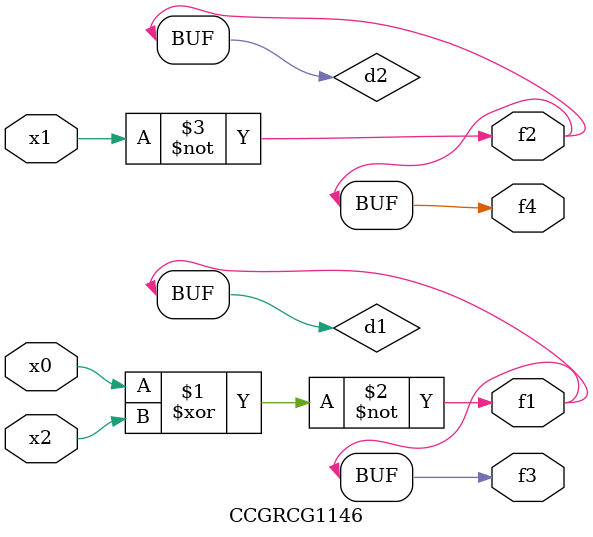
<source format=v>
module CCGRCG1146(
	input x0, x1, x2,
	output f1, f2, f3, f4
);

	wire d1, d2, d3;

	xnor (d1, x0, x2);
	nand (d2, x1);
	nor (d3, x1, x2);
	assign f1 = d1;
	assign f2 = d2;
	assign f3 = d1;
	assign f4 = d2;
endmodule

</source>
